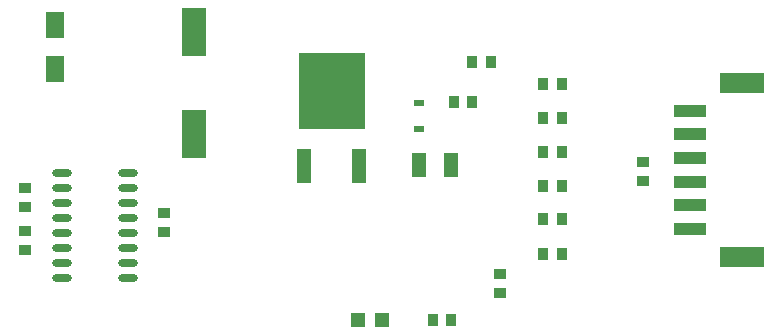
<source format=gtp>
G04*
G04 #@! TF.GenerationSoftware,Altium Limited,Altium Designer,20.0.14 (345)*
G04*
G04 Layer_Color=8421504*
%FSAX25Y25*%
%MOIN*%
G70*
G01*
G75*
%ADD16R,0.03937X0.03543*%
%ADD17R,0.03543X0.03937*%
%ADD18R,0.03268X0.02480*%
%ADD19R,0.04500X0.08000*%
%ADD20O,0.06496X0.02559*%
%ADD21R,0.04724X0.04724*%
%ADD22R,0.04921X0.11221*%
%ADD23R,0.21850X0.25591*%
%ADD24R,0.10630X0.03937*%
%ADD25R,0.14961X0.07087*%
%ADD26R,0.06417X0.08584*%
%ADD27R,0.07874X0.16142*%
D16*
X0213500Y0024150D02*
D03*
Y0017850D02*
D03*
X0261000Y0061500D02*
D03*
Y0055201D02*
D03*
X0101500Y0044650D02*
D03*
Y0038350D02*
D03*
X0055232Y0046538D02*
D03*
Y0052837D02*
D03*
X0055000Y0038650D02*
D03*
Y0032350D02*
D03*
D17*
X0210500Y0095000D02*
D03*
X0204201D02*
D03*
X0204299Y0081500D02*
D03*
X0198000D02*
D03*
X0227701Y0053700D02*
D03*
X0234000D02*
D03*
X0197299Y0009000D02*
D03*
X0191000D02*
D03*
X0234000Y0065000D02*
D03*
X0227701D02*
D03*
Y0042600D02*
D03*
X0234000D02*
D03*
X0227701Y0076300D02*
D03*
X0234000D02*
D03*
X0227701Y0087600D02*
D03*
X0234000D02*
D03*
X0227701Y0031100D02*
D03*
X0234000D02*
D03*
D18*
X0186500Y0081279D02*
D03*
Y0072500D02*
D03*
D19*
X0197000Y0060500D02*
D03*
X0186500D02*
D03*
D20*
X0067378Y0058000D02*
D03*
Y0053000D02*
D03*
Y0048000D02*
D03*
Y0043000D02*
D03*
Y0038000D02*
D03*
Y0033000D02*
D03*
Y0028000D02*
D03*
Y0023000D02*
D03*
X0089622Y0058000D02*
D03*
Y0053000D02*
D03*
Y0048000D02*
D03*
Y0043000D02*
D03*
Y0038000D02*
D03*
Y0033000D02*
D03*
Y0028000D02*
D03*
Y0023000D02*
D03*
D21*
X0174268Y0009000D02*
D03*
X0166000D02*
D03*
D22*
X0148315Y0060240D02*
D03*
X0166622D02*
D03*
D23*
X0157468Y0085437D02*
D03*
D24*
X0276870Y0039370D02*
D03*
Y0047244D02*
D03*
Y0055118D02*
D03*
Y0078740D02*
D03*
Y0070866D02*
D03*
Y0062992D02*
D03*
D25*
X0293996Y0087992D02*
D03*
Y0030118D02*
D03*
D26*
X0065000Y0107312D02*
D03*
Y0092688D02*
D03*
D27*
X0111500Y0070874D02*
D03*
Y0105126D02*
D03*
M02*

</source>
